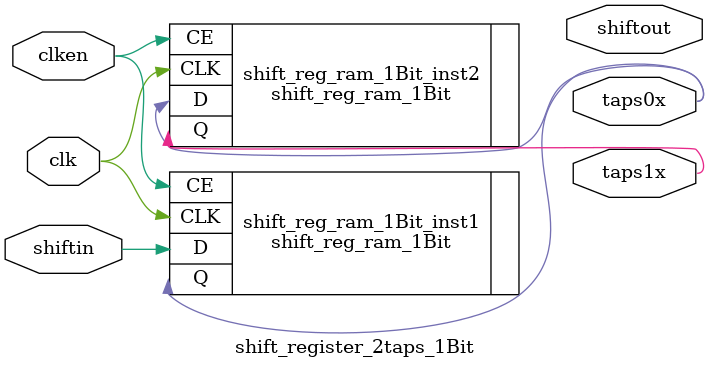
<source format=v>
`timescale 1ns / 1ps
module shift_register_2taps_1Bit(
    input	  clken,
	input	  clk,
	input	  shiftin,

	output	  shiftout,
	output	  taps0x,
	output	  taps1x
    );
    
shift_reg_ram_1Bit shift_reg_ram_1Bit_inst1 (
  .D(shiftin),      // input wire [0 : 0] D
  .CLK(clk),  // input wire CLK
  .CE(clken),    // input wire CE
  .Q(taps0x)      // output wire [0 : 0] Q
);

shift_reg_ram_1Bit shift_reg_ram_1Bit_inst2 (
  .D(taps0x),      // input wire [0 : 0] D
  .CLK(clk),  // input wire CLK
  .CE(clken),    // input wire CE
  .Q(taps1x)      // output wire [0 : 0] Q
);

endmodule

</source>
